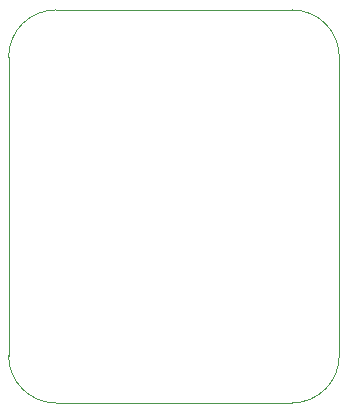
<source format=gbr>
%TF.GenerationSoftware,KiCad,Pcbnew,9.0.6*%
%TF.CreationDate,2026-01-30T15:18:38-05:00*%
%TF.ProjectId,camera-control,63616d65-7261-42d6-936f-6e74726f6c2e,rev?*%
%TF.SameCoordinates,Original*%
%TF.FileFunction,Profile,NP*%
%FSLAX46Y46*%
G04 Gerber Fmt 4.6, Leading zero omitted, Abs format (unit mm)*
G04 Created by KiCad (PCBNEW 9.0.6) date 2026-01-30 15:18:38*
%MOMM*%
%LPD*%
G01*
G04 APERTURE LIST*
%TA.AperFunction,Profile*%
%ADD10C,0.050000*%
%TD*%
G04 APERTURE END LIST*
D10*
X144000000Y-92000000D02*
G75*
G02*
X140000000Y-96000000I-4000000J0D01*
G01*
X144000000Y-66730000D02*
X144000000Y-91000000D01*
X140000000Y-62730000D02*
X120000000Y-62730000D01*
X116000000Y-66730000D02*
G75*
G02*
X120000000Y-62730000I4000000J0D01*
G01*
X140000000Y-62730000D02*
G75*
G02*
X144000000Y-66730000I0J-4000000D01*
G01*
X140000000Y-96000000D02*
X120000000Y-96000000D01*
X144000000Y-91000000D02*
X144000000Y-92000000D01*
X120000000Y-96000000D02*
G75*
G02*
X116000000Y-92000000I0J4000000D01*
G01*
X116000000Y-92000000D02*
X116000000Y-66730000D01*
M02*

</source>
